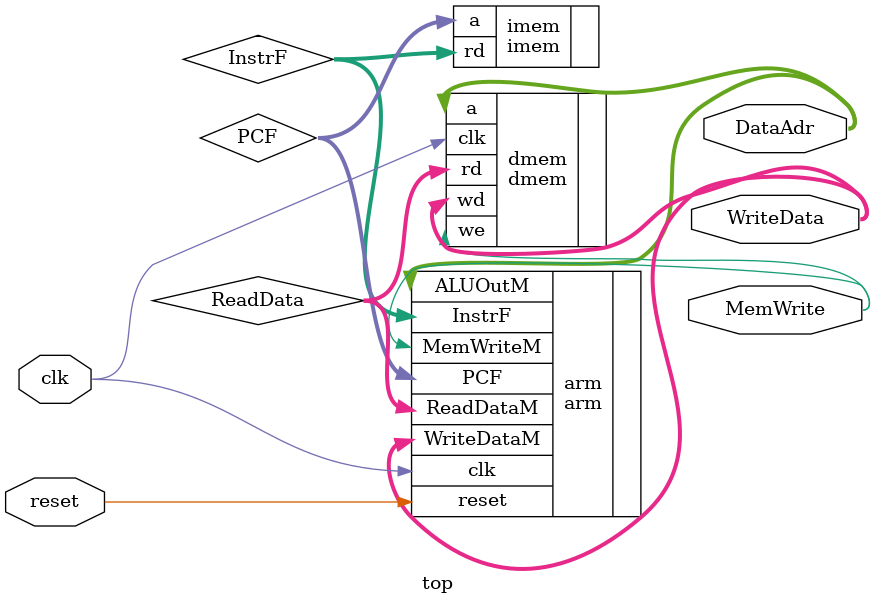
<source format=v>
module top (
	clk,
	reset,
	WriteData,
	DataAdr,
	MemWrite
);
	input wire clk;
	input wire reset;
	output wire [31:0] WriteData;
	output wire [31:0] DataAdr;
	output wire MemWrite;
	wire [31:0] PCF;
	wire [31:0] InstrF;
	wire [31:0] ReadData;
	arm arm(
		.clk(clk),
		.reset(reset),
		.PCF(PCF),
		.InstrF(InstrF),
		.MemWriteM(MemWrite),
		.ALUOutM(DataAdr),
		.WriteDataM(WriteData),
		.ReadDataM(ReadData)
	);
	imem imem(
		.a(PCF),
		.rd(InstrF)
	);
	dmem dmem(
		.clk(clk),
		.we(MemWrite),
		.a(DataAdr),
		.wd(WriteData),
		.rd(ReadData)
	);
endmodule

</source>
